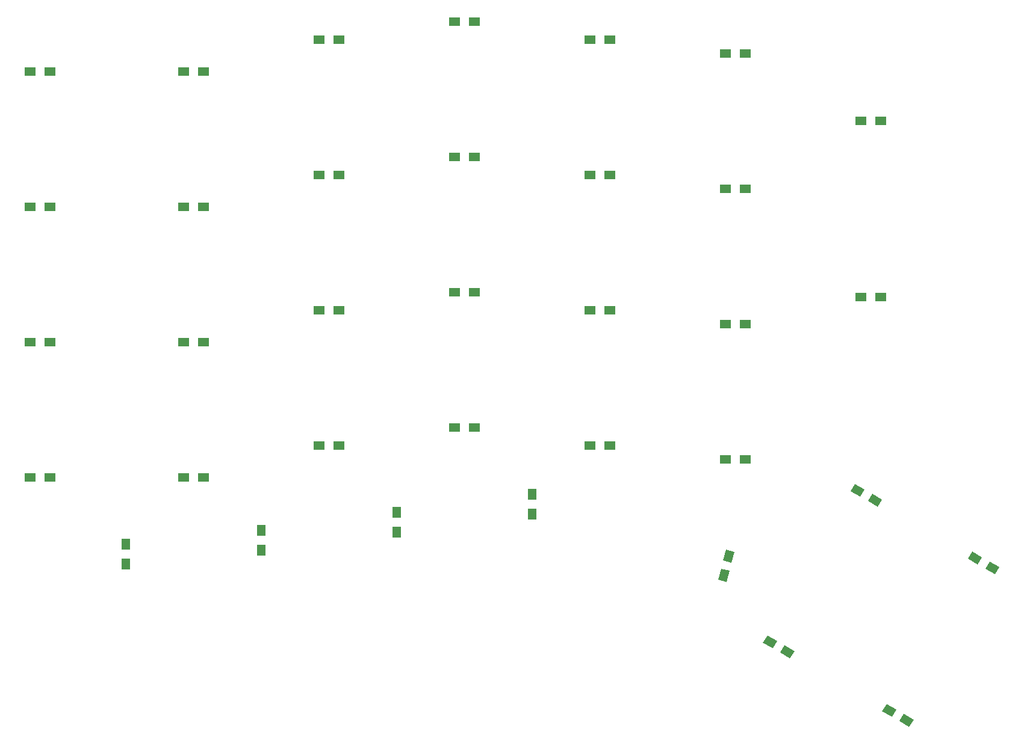
<source format=gtp>
G04 #@! TF.GenerationSoftware,KiCad,Pcbnew,(5.1.5)-3*
G04 #@! TF.CreationDate,2020-06-28T12:13:29+08:00*
G04 #@! TF.ProjectId,redox_rev1,7265646f-785f-4726-9576-312e6b696361,1.0*
G04 #@! TF.SameCoordinates,Original*
G04 #@! TF.FileFunction,Paste,Top*
G04 #@! TF.FilePolarity,Positive*
%FSLAX46Y46*%
G04 Gerber Fmt 4.6, Leading zero omitted, Abs format (unit mm)*
G04 Created by KiCad (PCBNEW (5.1.5)-3) date 2020-06-28 12:13:29*
%MOMM*%
%LPD*%
G04 APERTURE LIST*
%ADD10R,1.600000X1.200000*%
%ADD11C,0.100000*%
%ADD12R,1.200000X1.600000*%
G04 APERTURE END LIST*
D10*
X133480000Y-108585000D03*
X130680000Y-108585000D03*
X92840000Y-74930000D03*
X90040000Y-74930000D03*
X114430000Y-74930000D03*
X111630000Y-74930000D03*
X133480000Y-70485000D03*
X130680000Y-70485000D03*
X152530000Y-67945000D03*
X149730000Y-67945000D03*
X171580000Y-70485000D03*
X168780000Y-70485000D03*
X190630000Y-72390000D03*
X187830000Y-72390000D03*
X209680000Y-81915000D03*
X206880000Y-81915000D03*
X92840000Y-93980000D03*
X90040000Y-93980000D03*
X114430000Y-93980000D03*
X111630000Y-93980000D03*
X133480000Y-89535000D03*
X130680000Y-89535000D03*
X152530000Y-86995000D03*
X149730000Y-86995000D03*
X171580000Y-89535000D03*
X168780000Y-89535000D03*
X190630000Y-91440000D03*
X187830000Y-91440000D03*
X209680000Y-106680000D03*
X206880000Y-106680000D03*
X92840000Y-113030000D03*
X90040000Y-113030000D03*
X114430000Y-113030000D03*
X111630000Y-113030000D03*
X152530000Y-106045000D03*
X149730000Y-106045000D03*
X171580000Y-108585000D03*
X168780000Y-108585000D03*
X190630000Y-110490000D03*
X187830000Y-110490000D03*
D11*
G36*
X209850256Y-135200385D02*
G01*
X209250256Y-136239615D01*
X207864616Y-135439615D01*
X208464616Y-134400385D01*
X209850256Y-135200385D01*
G37*
G36*
X207425384Y-133800385D02*
G01*
X206825384Y-134839615D01*
X205439744Y-134039615D01*
X206039744Y-133000385D01*
X207425384Y-133800385D01*
G37*
D10*
X92840000Y-132080000D03*
X90040000Y-132080000D03*
X114430000Y-132080000D03*
X111630000Y-132080000D03*
X133480000Y-127635000D03*
X130680000Y-127635000D03*
X152530000Y-125095000D03*
X149730000Y-125095000D03*
X171580000Y-127635000D03*
X168780000Y-127635000D03*
X190630000Y-129540000D03*
X187830000Y-129540000D03*
D11*
G36*
X226360256Y-144725385D02*
G01*
X225760256Y-145764615D01*
X224374616Y-144964615D01*
X224974616Y-143925385D01*
X226360256Y-144725385D01*
G37*
G36*
X223935384Y-143325385D02*
G01*
X223335384Y-144364615D01*
X221949744Y-143564615D01*
X222549744Y-142525385D01*
X223935384Y-143325385D01*
G37*
D12*
X103505000Y-141475000D03*
X103505000Y-144275000D03*
X122555000Y-139570000D03*
X122555000Y-142370000D03*
X141605000Y-137030000D03*
X141605000Y-139830000D03*
X160655000Y-134490000D03*
X160655000Y-137290000D03*
D11*
G36*
X187949847Y-142245672D02*
G01*
X189108958Y-142556255D01*
X188694847Y-144101736D01*
X187535736Y-143791153D01*
X187949847Y-142245672D01*
G37*
G36*
X187225153Y-144950264D02*
G01*
X188384264Y-145260847D01*
X187970153Y-146806328D01*
X186811042Y-146495745D01*
X187225153Y-144950264D01*
G37*
G36*
X197531256Y-156536385D02*
G01*
X196931256Y-157575615D01*
X195545616Y-156775615D01*
X196145616Y-155736385D01*
X197531256Y-156536385D01*
G37*
G36*
X195106384Y-155136385D02*
G01*
X194506384Y-156175615D01*
X193120744Y-155375615D01*
X193720744Y-154336385D01*
X195106384Y-155136385D01*
G37*
G36*
X214295256Y-166188385D02*
G01*
X213695256Y-167227615D01*
X212309616Y-166427615D01*
X212909616Y-165388385D01*
X214295256Y-166188385D01*
G37*
G36*
X211870384Y-164788385D02*
G01*
X211270384Y-165827615D01*
X209884744Y-165027615D01*
X210484744Y-163988385D01*
X211870384Y-164788385D01*
G37*
M02*

</source>
